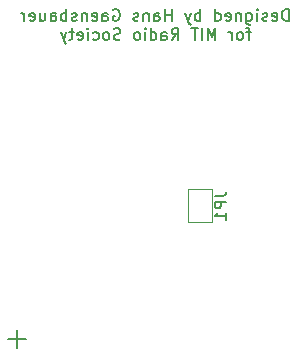
<source format=gbr>
%TF.GenerationSoftware,KiCad,Pcbnew,(6.0.1)*%
%TF.CreationDate,2022-09-15T14:00:08-04:00*%
%TF.ProjectId,bpcw-hardware,62706377-2d68-4617-9264-776172652e6b,rev?*%
%TF.SameCoordinates,Original*%
%TF.FileFunction,Legend,Bot*%
%TF.FilePolarity,Positive*%
%FSLAX46Y46*%
G04 Gerber Fmt 4.6, Leading zero omitted, Abs format (unit mm)*
G04 Created by KiCad (PCBNEW (6.0.1)) date 2022-09-15 14:00:08*
%MOMM*%
%LPD*%
G01*
G04 APERTURE LIST*
%ADD10C,0.150000*%
%ADD11C,0.120000*%
G04 APERTURE END LIST*
D10*
X153761904Y-80847380D02*
X153761904Y-79847380D01*
X153523809Y-79847380D01*
X153380952Y-79895000D01*
X153285714Y-79990238D01*
X153238095Y-80085476D01*
X153190476Y-80275952D01*
X153190476Y-80418809D01*
X153238095Y-80609285D01*
X153285714Y-80704523D01*
X153380952Y-80799761D01*
X153523809Y-80847380D01*
X153761904Y-80847380D01*
X152380952Y-80799761D02*
X152476190Y-80847380D01*
X152666666Y-80847380D01*
X152761904Y-80799761D01*
X152809523Y-80704523D01*
X152809523Y-80323571D01*
X152761904Y-80228333D01*
X152666666Y-80180714D01*
X152476190Y-80180714D01*
X152380952Y-80228333D01*
X152333333Y-80323571D01*
X152333333Y-80418809D01*
X152809523Y-80514047D01*
X151952380Y-80799761D02*
X151857142Y-80847380D01*
X151666666Y-80847380D01*
X151571428Y-80799761D01*
X151523809Y-80704523D01*
X151523809Y-80656904D01*
X151571428Y-80561666D01*
X151666666Y-80514047D01*
X151809523Y-80514047D01*
X151904761Y-80466428D01*
X151952380Y-80371190D01*
X151952380Y-80323571D01*
X151904761Y-80228333D01*
X151809523Y-80180714D01*
X151666666Y-80180714D01*
X151571428Y-80228333D01*
X151095238Y-80847380D02*
X151095238Y-80180714D01*
X151095238Y-79847380D02*
X151142857Y-79895000D01*
X151095238Y-79942619D01*
X151047619Y-79895000D01*
X151095238Y-79847380D01*
X151095238Y-79942619D01*
X150190476Y-80180714D02*
X150190476Y-80990238D01*
X150238095Y-81085476D01*
X150285714Y-81133095D01*
X150380952Y-81180714D01*
X150523809Y-81180714D01*
X150619047Y-81133095D01*
X150190476Y-80799761D02*
X150285714Y-80847380D01*
X150476190Y-80847380D01*
X150571428Y-80799761D01*
X150619047Y-80752142D01*
X150666666Y-80656904D01*
X150666666Y-80371190D01*
X150619047Y-80275952D01*
X150571428Y-80228333D01*
X150476190Y-80180714D01*
X150285714Y-80180714D01*
X150190476Y-80228333D01*
X149714285Y-80180714D02*
X149714285Y-80847380D01*
X149714285Y-80275952D02*
X149666666Y-80228333D01*
X149571428Y-80180714D01*
X149428571Y-80180714D01*
X149333333Y-80228333D01*
X149285714Y-80323571D01*
X149285714Y-80847380D01*
X148428571Y-80799761D02*
X148523809Y-80847380D01*
X148714285Y-80847380D01*
X148809523Y-80799761D01*
X148857142Y-80704523D01*
X148857142Y-80323571D01*
X148809523Y-80228333D01*
X148714285Y-80180714D01*
X148523809Y-80180714D01*
X148428571Y-80228333D01*
X148380952Y-80323571D01*
X148380952Y-80418809D01*
X148857142Y-80514047D01*
X147523809Y-80847380D02*
X147523809Y-79847380D01*
X147523809Y-80799761D02*
X147619047Y-80847380D01*
X147809523Y-80847380D01*
X147904761Y-80799761D01*
X147952380Y-80752142D01*
X148000000Y-80656904D01*
X148000000Y-80371190D01*
X147952380Y-80275952D01*
X147904761Y-80228333D01*
X147809523Y-80180714D01*
X147619047Y-80180714D01*
X147523809Y-80228333D01*
X146285714Y-80847380D02*
X146285714Y-79847380D01*
X146285714Y-80228333D02*
X146190476Y-80180714D01*
X146000000Y-80180714D01*
X145904761Y-80228333D01*
X145857142Y-80275952D01*
X145809523Y-80371190D01*
X145809523Y-80656904D01*
X145857142Y-80752142D01*
X145904761Y-80799761D01*
X146000000Y-80847380D01*
X146190476Y-80847380D01*
X146285714Y-80799761D01*
X145476190Y-80180714D02*
X145238095Y-80847380D01*
X145000000Y-80180714D02*
X145238095Y-80847380D01*
X145333333Y-81085476D01*
X145380952Y-81133095D01*
X145476190Y-81180714D01*
X143857142Y-80847380D02*
X143857142Y-79847380D01*
X143857142Y-80323571D02*
X143285714Y-80323571D01*
X143285714Y-80847380D02*
X143285714Y-79847380D01*
X142380952Y-80847380D02*
X142380952Y-80323571D01*
X142428571Y-80228333D01*
X142523809Y-80180714D01*
X142714285Y-80180714D01*
X142809523Y-80228333D01*
X142380952Y-80799761D02*
X142476190Y-80847380D01*
X142714285Y-80847380D01*
X142809523Y-80799761D01*
X142857142Y-80704523D01*
X142857142Y-80609285D01*
X142809523Y-80514047D01*
X142714285Y-80466428D01*
X142476190Y-80466428D01*
X142380952Y-80418809D01*
X141904761Y-80180714D02*
X141904761Y-80847380D01*
X141904761Y-80275952D02*
X141857142Y-80228333D01*
X141761904Y-80180714D01*
X141619047Y-80180714D01*
X141523809Y-80228333D01*
X141476190Y-80323571D01*
X141476190Y-80847380D01*
X141047619Y-80799761D02*
X140952380Y-80847380D01*
X140761904Y-80847380D01*
X140666666Y-80799761D01*
X140619047Y-80704523D01*
X140619047Y-80656904D01*
X140666666Y-80561666D01*
X140761904Y-80514047D01*
X140904761Y-80514047D01*
X141000000Y-80466428D01*
X141047619Y-80371190D01*
X141047619Y-80323571D01*
X141000000Y-80228333D01*
X140904761Y-80180714D01*
X140761904Y-80180714D01*
X140666666Y-80228333D01*
X138904761Y-79895000D02*
X139000000Y-79847380D01*
X139142857Y-79847380D01*
X139285714Y-79895000D01*
X139380952Y-79990238D01*
X139428571Y-80085476D01*
X139476190Y-80275952D01*
X139476190Y-80418809D01*
X139428571Y-80609285D01*
X139380952Y-80704523D01*
X139285714Y-80799761D01*
X139142857Y-80847380D01*
X139047619Y-80847380D01*
X138904761Y-80799761D01*
X138857142Y-80752142D01*
X138857142Y-80418809D01*
X139047619Y-80418809D01*
X138000000Y-80847380D02*
X138000000Y-80323571D01*
X138047619Y-80228333D01*
X138142857Y-80180714D01*
X138333333Y-80180714D01*
X138428571Y-80228333D01*
X138000000Y-80799761D02*
X138095238Y-80847380D01*
X138333333Y-80847380D01*
X138428571Y-80799761D01*
X138476190Y-80704523D01*
X138476190Y-80609285D01*
X138428571Y-80514047D01*
X138333333Y-80466428D01*
X138095238Y-80466428D01*
X138000000Y-80418809D01*
X137142857Y-80799761D02*
X137238095Y-80847380D01*
X137428571Y-80847380D01*
X137523809Y-80799761D01*
X137571428Y-80704523D01*
X137571428Y-80323571D01*
X137523809Y-80228333D01*
X137428571Y-80180714D01*
X137238095Y-80180714D01*
X137142857Y-80228333D01*
X137095238Y-80323571D01*
X137095238Y-80418809D01*
X137571428Y-80514047D01*
X136666666Y-80180714D02*
X136666666Y-80847380D01*
X136666666Y-80275952D02*
X136619047Y-80228333D01*
X136523809Y-80180714D01*
X136380952Y-80180714D01*
X136285714Y-80228333D01*
X136238095Y-80323571D01*
X136238095Y-80847380D01*
X135809523Y-80799761D02*
X135714285Y-80847380D01*
X135523809Y-80847380D01*
X135428571Y-80799761D01*
X135380952Y-80704523D01*
X135380952Y-80656904D01*
X135428571Y-80561666D01*
X135523809Y-80514047D01*
X135666666Y-80514047D01*
X135761904Y-80466428D01*
X135809523Y-80371190D01*
X135809523Y-80323571D01*
X135761904Y-80228333D01*
X135666666Y-80180714D01*
X135523809Y-80180714D01*
X135428571Y-80228333D01*
X134952380Y-80847380D02*
X134952380Y-79847380D01*
X134952380Y-80228333D02*
X134857142Y-80180714D01*
X134666666Y-80180714D01*
X134571428Y-80228333D01*
X134523809Y-80275952D01*
X134476190Y-80371190D01*
X134476190Y-80656904D01*
X134523809Y-80752142D01*
X134571428Y-80799761D01*
X134666666Y-80847380D01*
X134857142Y-80847380D01*
X134952380Y-80799761D01*
X133619047Y-80847380D02*
X133619047Y-80323571D01*
X133666666Y-80228333D01*
X133761904Y-80180714D01*
X133952380Y-80180714D01*
X134047619Y-80228333D01*
X133619047Y-80799761D02*
X133714285Y-80847380D01*
X133952380Y-80847380D01*
X134047619Y-80799761D01*
X134095238Y-80704523D01*
X134095238Y-80609285D01*
X134047619Y-80514047D01*
X133952380Y-80466428D01*
X133714285Y-80466428D01*
X133619047Y-80418809D01*
X132714285Y-80180714D02*
X132714285Y-80847380D01*
X133142857Y-80180714D02*
X133142857Y-80704523D01*
X133095238Y-80799761D01*
X133000000Y-80847380D01*
X132857142Y-80847380D01*
X132761904Y-80799761D01*
X132714285Y-80752142D01*
X131857142Y-80799761D02*
X131952380Y-80847380D01*
X132142857Y-80847380D01*
X132238095Y-80799761D01*
X132285714Y-80704523D01*
X132285714Y-80323571D01*
X132238095Y-80228333D01*
X132142857Y-80180714D01*
X131952380Y-80180714D01*
X131857142Y-80228333D01*
X131809523Y-80323571D01*
X131809523Y-80418809D01*
X132285714Y-80514047D01*
X131380952Y-80847380D02*
X131380952Y-80180714D01*
X131380952Y-80371190D02*
X131333333Y-80275952D01*
X131285714Y-80228333D01*
X131190476Y-80180714D01*
X131095238Y-80180714D01*
X150571428Y-81790714D02*
X150190476Y-81790714D01*
X150428571Y-82457380D02*
X150428571Y-81600238D01*
X150380952Y-81505000D01*
X150285714Y-81457380D01*
X150190476Y-81457380D01*
X149714285Y-82457380D02*
X149809523Y-82409761D01*
X149857142Y-82362142D01*
X149904761Y-82266904D01*
X149904761Y-81981190D01*
X149857142Y-81885952D01*
X149809523Y-81838333D01*
X149714285Y-81790714D01*
X149571428Y-81790714D01*
X149476190Y-81838333D01*
X149428571Y-81885952D01*
X149380952Y-81981190D01*
X149380952Y-82266904D01*
X149428571Y-82362142D01*
X149476190Y-82409761D01*
X149571428Y-82457380D01*
X149714285Y-82457380D01*
X148952380Y-82457380D02*
X148952380Y-81790714D01*
X148952380Y-81981190D02*
X148904761Y-81885952D01*
X148857142Y-81838333D01*
X148761904Y-81790714D01*
X148666666Y-81790714D01*
X147571428Y-82457380D02*
X147571428Y-81457380D01*
X147238095Y-82171666D01*
X146904761Y-81457380D01*
X146904761Y-82457380D01*
X146428571Y-82457380D02*
X146428571Y-81457380D01*
X146095238Y-81457380D02*
X145523809Y-81457380D01*
X145809523Y-82457380D02*
X145809523Y-81457380D01*
X143857142Y-82457380D02*
X144190476Y-81981190D01*
X144428571Y-82457380D02*
X144428571Y-81457380D01*
X144047619Y-81457380D01*
X143952380Y-81505000D01*
X143904761Y-81552619D01*
X143857142Y-81647857D01*
X143857142Y-81790714D01*
X143904761Y-81885952D01*
X143952380Y-81933571D01*
X144047619Y-81981190D01*
X144428571Y-81981190D01*
X143000000Y-82457380D02*
X143000000Y-81933571D01*
X143047619Y-81838333D01*
X143142857Y-81790714D01*
X143333333Y-81790714D01*
X143428571Y-81838333D01*
X143000000Y-82409761D02*
X143095238Y-82457380D01*
X143333333Y-82457380D01*
X143428571Y-82409761D01*
X143476190Y-82314523D01*
X143476190Y-82219285D01*
X143428571Y-82124047D01*
X143333333Y-82076428D01*
X143095238Y-82076428D01*
X143000000Y-82028809D01*
X142095238Y-82457380D02*
X142095238Y-81457380D01*
X142095238Y-82409761D02*
X142190476Y-82457380D01*
X142380952Y-82457380D01*
X142476190Y-82409761D01*
X142523809Y-82362142D01*
X142571428Y-82266904D01*
X142571428Y-81981190D01*
X142523809Y-81885952D01*
X142476190Y-81838333D01*
X142380952Y-81790714D01*
X142190476Y-81790714D01*
X142095238Y-81838333D01*
X141619047Y-82457380D02*
X141619047Y-81790714D01*
X141619047Y-81457380D02*
X141666666Y-81505000D01*
X141619047Y-81552619D01*
X141571428Y-81505000D01*
X141619047Y-81457380D01*
X141619047Y-81552619D01*
X141000000Y-82457380D02*
X141095238Y-82409761D01*
X141142857Y-82362142D01*
X141190476Y-82266904D01*
X141190476Y-81981190D01*
X141142857Y-81885952D01*
X141095238Y-81838333D01*
X141000000Y-81790714D01*
X140857142Y-81790714D01*
X140761904Y-81838333D01*
X140714285Y-81885952D01*
X140666666Y-81981190D01*
X140666666Y-82266904D01*
X140714285Y-82362142D01*
X140761904Y-82409761D01*
X140857142Y-82457380D01*
X141000000Y-82457380D01*
X139523809Y-82409761D02*
X139380952Y-82457380D01*
X139142857Y-82457380D01*
X139047619Y-82409761D01*
X139000000Y-82362142D01*
X138952380Y-82266904D01*
X138952380Y-82171666D01*
X139000000Y-82076428D01*
X139047619Y-82028809D01*
X139142857Y-81981190D01*
X139333333Y-81933571D01*
X139428571Y-81885952D01*
X139476190Y-81838333D01*
X139523809Y-81743095D01*
X139523809Y-81647857D01*
X139476190Y-81552619D01*
X139428571Y-81505000D01*
X139333333Y-81457380D01*
X139095238Y-81457380D01*
X138952380Y-81505000D01*
X138380952Y-82457380D02*
X138476190Y-82409761D01*
X138523809Y-82362142D01*
X138571428Y-82266904D01*
X138571428Y-81981190D01*
X138523809Y-81885952D01*
X138476190Y-81838333D01*
X138380952Y-81790714D01*
X138238095Y-81790714D01*
X138142857Y-81838333D01*
X138095238Y-81885952D01*
X138047619Y-81981190D01*
X138047619Y-82266904D01*
X138095238Y-82362142D01*
X138142857Y-82409761D01*
X138238095Y-82457380D01*
X138380952Y-82457380D01*
X137190476Y-82409761D02*
X137285714Y-82457380D01*
X137476190Y-82457380D01*
X137571428Y-82409761D01*
X137619047Y-82362142D01*
X137666666Y-82266904D01*
X137666666Y-81981190D01*
X137619047Y-81885952D01*
X137571428Y-81838333D01*
X137476190Y-81790714D01*
X137285714Y-81790714D01*
X137190476Y-81838333D01*
X136761904Y-82457380D02*
X136761904Y-81790714D01*
X136761904Y-81457380D02*
X136809523Y-81505000D01*
X136761904Y-81552619D01*
X136714285Y-81505000D01*
X136761904Y-81457380D01*
X136761904Y-81552619D01*
X135904761Y-82409761D02*
X136000000Y-82457380D01*
X136190476Y-82457380D01*
X136285714Y-82409761D01*
X136333333Y-82314523D01*
X136333333Y-81933571D01*
X136285714Y-81838333D01*
X136190476Y-81790714D01*
X136000000Y-81790714D01*
X135904761Y-81838333D01*
X135857142Y-81933571D01*
X135857142Y-82028809D01*
X136333333Y-82124047D01*
X135571428Y-81790714D02*
X135190476Y-81790714D01*
X135428571Y-81457380D02*
X135428571Y-82314523D01*
X135380952Y-82409761D01*
X135285714Y-82457380D01*
X135190476Y-82457380D01*
X134952380Y-81790714D02*
X134714285Y-82457380D01*
X134476190Y-81790714D02*
X134714285Y-82457380D01*
X134809523Y-82695476D01*
X134857142Y-82743095D01*
X134952380Y-82790714D01*
X130750000Y-107000000D02*
X130750000Y-108500000D01*
X130000000Y-107750000D02*
X131500000Y-107750000D01*
%TO.C,JP1*%
X147502380Y-95666666D02*
X148216666Y-95666666D01*
X148359523Y-95619047D01*
X148454761Y-95523809D01*
X148502380Y-95380952D01*
X148502380Y-95285714D01*
X148502380Y-96142857D02*
X147502380Y-96142857D01*
X147502380Y-96523809D01*
X147550000Y-96619047D01*
X147597619Y-96666666D01*
X147692857Y-96714285D01*
X147835714Y-96714285D01*
X147930952Y-96666666D01*
X147978571Y-96619047D01*
X148026190Y-96523809D01*
X148026190Y-96142857D01*
X148502380Y-97666666D02*
X148502380Y-97095238D01*
X148502380Y-97380952D02*
X147502380Y-97380952D01*
X147645238Y-97285714D01*
X147740476Y-97190476D01*
X147788095Y-97095238D01*
D11*
X147250000Y-95100000D02*
X145250000Y-95100000D01*
X145250000Y-95100000D02*
X145250000Y-97900000D01*
X145250000Y-97900000D02*
X147250000Y-97900000D01*
X147250000Y-97900000D02*
X147250000Y-95100000D01*
%TD*%
M02*

</source>
